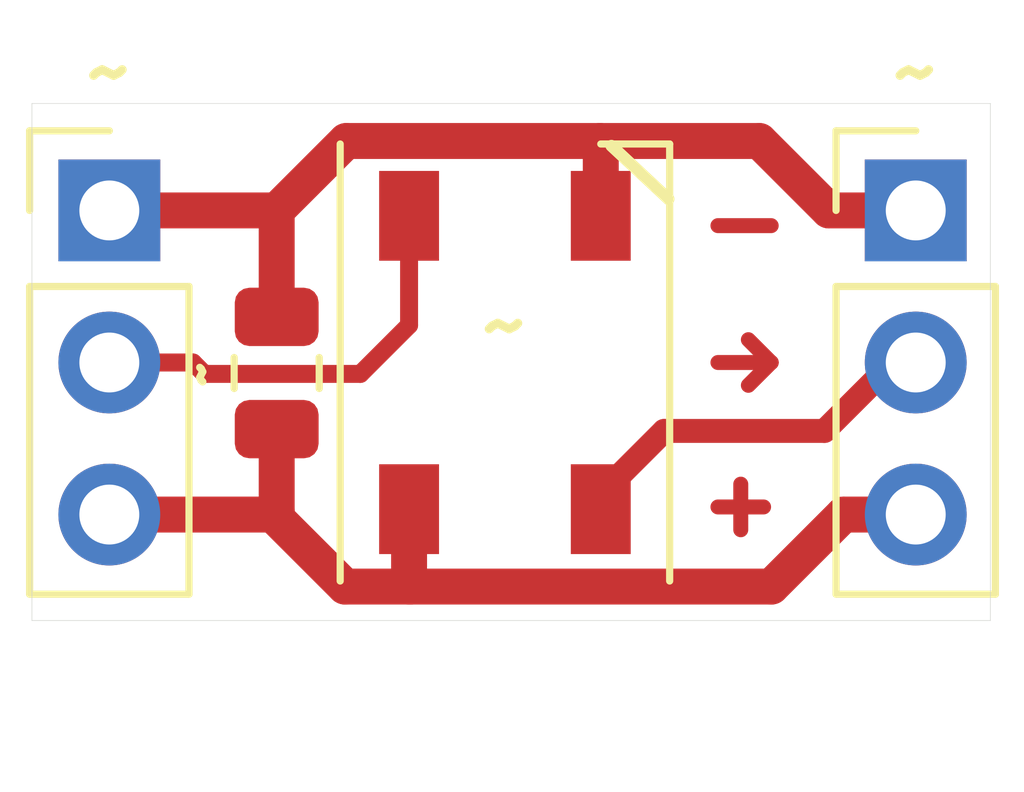
<source format=kicad_pcb>
(kicad_pcb (version 20171130) (host pcbnew "(5.0.2)-1")

  (general
    (thickness 1.6)
    (drawings 5)
    (tracks 36)
    (zones 0)
    (modules 4)
    (nets 5)
  )

  (page A4)
  (layers
    (0 F.Cu signal)
    (31 B.Cu signal)
    (32 B.Adhes user)
    (33 F.Adhes user)
    (34 B.Paste user)
    (35 F.Paste user)
    (36 B.SilkS user)
    (37 F.SilkS user)
    (38 B.Mask user)
    (39 F.Mask user)
    (40 Dwgs.User user hide)
    (41 Cmts.User user hide)
    (42 Eco1.User user hide)
    (43 Eco2.User user hide)
    (44 Edge.Cuts user)
    (45 Margin user)
    (46 B.CrtYd user)
    (47 F.CrtYd user hide)
    (48 B.Fab user)
    (49 F.Fab user)
  )

  (setup
    (last_trace_width 0.25)
    (trace_clearance 0.2)
    (zone_clearance 0.508)
    (zone_45_only no)
    (trace_min 0.2)
    (segment_width 0.2)
    (edge_width 0.15)
    (via_size 0.8)
    (via_drill 0.4)
    (via_min_size 0.4)
    (via_min_drill 0.3)
    (uvia_size 0.3)
    (uvia_drill 0.1)
    (uvias_allowed no)
    (uvia_min_size 0.2)
    (uvia_min_drill 0.1)
    (pcb_text_width 0.3)
    (pcb_text_size 1.5 1.5)
    (mod_edge_width 0.15)
    (mod_text_size 1 1)
    (mod_text_width 0.15)
    (pad_size 1.524 1.524)
    (pad_drill 0.762)
    (pad_to_mask_clearance 0.051)
    (solder_mask_min_width 0.25)
    (aux_axis_origin 140.948 102.1)
    (grid_origin 140.948 102.1)
    (visible_elements 7FFFFFFF)
    (pcbplotparams
      (layerselection 0x01000_7fffffff)
      (usegerberextensions false)
      (usegerberattributes false)
      (usegerberadvancedattributes false)
      (creategerberjobfile false)
      (excludeedgelayer true)
      (linewidth 0.100000)
      (plotframeref false)
      (viasonmask false)
      (mode 1)
      (useauxorigin true)
      (hpglpennumber 1)
      (hpglpenspeed 20)
      (hpglpendiameter 15.000000)
      (psnegative false)
      (psa4output false)
      (plotreference true)
      (plotvalue true)
      (plotinvisibletext false)
      (padsonsilk false)
      (subtractmaskfromsilk false)
      (outputformat 1)
      (mirror false)
      (drillshape 0)
      (scaleselection 1)
      (outputdirectory ""))
  )

  (net 0 "")
  (net 1 "Net-(C1-Pad1)")
  (net 2 "Net-(C1-Pad2)")
  (net 3 "Net-(D1-Pad4)")
  (net 4 "Net-(D1-Pad2)")

  (net_class Default "This is the default net class."
    (clearance 0.2)
    (trace_width 0.25)
    (via_dia 0.8)
    (via_drill 0.4)
    (uvia_dia 0.3)
    (uvia_drill 0.1)
    (add_net "Net-(C1-Pad1)")
    (add_net "Net-(C1-Pad2)")
    (add_net "Net-(D1-Pad2)")
    (add_net "Net-(D1-Pad4)")
  )

  (module LED_SMD:LED_WS2812B_PLCC4_5.0x5.0mm_P3.2mm (layer F.Cu) (tedit 5CAABC3F) (tstamp 5CAABF83)
    (at 148.844 97.79 90)
    (descr https://cdn-shop.adafruit.com/datasheets/WS2812B.pdf)
    (tags "LED RGB NeoPixel")
    (path /5C9EA145)
    (attr smd)
    (fp_text reference ~ (at 0.635 0 180) (layer F.SilkS)
      (effects (font (size 1 1) (thickness 0.15)))
    )
    (fp_text value WS2812B (at 5.207 0 180) (layer F.Fab)
      (effects (font (size 1 1) (thickness 0.15)))
    )
    (fp_circle (center 0 0) (end 0 -2) (layer F.Fab) (width 0.1))
    (fp_line (start 3.65 2.75) (end 3.65 1.6) (layer F.SilkS) (width 0.12))
    (fp_line (start -3.65 2.75) (end 3.65 2.75) (layer F.SilkS) (width 0.12))
    (fp_line (start -3.65 -2.75) (end 3.65 -2.75) (layer F.SilkS) (width 0.12))
    (fp_line (start 2.5 -2.5) (end -2.5 -2.5) (layer F.Fab) (width 0.1))
    (fp_line (start 2.5 2.5) (end 2.5 -2.5) (layer F.Fab) (width 0.1))
    (fp_line (start -2.5 2.5) (end 2.5 2.5) (layer F.Fab) (width 0.1))
    (fp_line (start -2.5 -2.5) (end -2.5 2.5) (layer F.Fab) (width 0.1))
    (fp_line (start 2.5 1.5) (end 1.5 2.5) (layer F.Fab) (width 0.1))
    (fp_line (start -3.45 -2.75) (end -3.45 2.75) (layer F.CrtYd) (width 0.05))
    (fp_line (start -3.45 2.75) (end 3.45 2.75) (layer F.CrtYd) (width 0.05))
    (fp_line (start 3.45 2.75) (end 3.45 -2.75) (layer F.CrtYd) (width 0.05))
    (fp_line (start 3.45 -2.75) (end -3.45 -2.75) (layer F.CrtYd) (width 0.05))
    (fp_text user %R (at 0 0 270) (layer F.Fab)
      (effects (font (size 0.8 0.8) (thickness 0.15)))
    )
    (fp_text user 1 (at -1.016 -1.6 90) (layer F.SilkS) hide
      (effects (font (size 1 1) (thickness 0.15)))
    )
    (pad 1 smd rect (at -2.45 -1.6 90) (size 1.5 1) (layers F.Cu F.Paste F.Mask)
      (net 1 "Net-(C1-Pad1)"))
    (pad 2 smd rect (at -2.45 1.6 90) (size 1.5 1) (layers F.Cu F.Paste F.Mask)
      (net 4 "Net-(D1-Pad2)"))
    (pad 4 smd rect (at 2.45 -1.6 90) (size 1.5 1) (layers F.Cu F.Paste F.Mask)
      (net 3 "Net-(D1-Pad4)"))
    (pad 3 smd rect (at 2.45 1.6 90) (size 1.5 1) (layers F.Cu F.Paste F.Mask)
      (net 2 "Net-(C1-Pad2)"))
    (model ${KISYS3DMOD}/LED_SMD.3dshapes/LED_WS2812B_PLCC4_5.0x5.0mm_P3.2mm.wrl
      (at (xyz 0 0 0))
      (scale (xyz 1 1 1))
      (rotate (xyz 0 0 0))
    )
  )

  (module Connector_PinHeader_2.54mm:PinHeader_1x03_P2.54mm_Vertical (layer F.Cu) (tedit 5CAABA63) (tstamp 5CABDD45)
    (at 142.24 95.25)
    (descr "Through hole straight pin header, 1x03, 2.54mm pitch, single row")
    (tags "Through hole pin header THT 1x03 2.54mm single row")
    (path /5C9EA24D)
    (fp_text reference ~ (at 0 -2.33) (layer F.SilkS)
      (effects (font (size 1 1) (thickness 0.15)))
    )
    (fp_text value ~ (at 0 7.41) (layer F.Fab)
      (effects (font (size 1 1) (thickness 0.15)))
    )
    (fp_text user %R (at 0 2.54 90) (layer F.Fab)
      (effects (font (size 1 1) (thickness 0.15)))
    )
    (fp_line (start 1.8 -1.8) (end -1.8 -1.8) (layer F.CrtYd) (width 0.05))
    (fp_line (start 1.8 6.85) (end 1.8 -1.8) (layer F.CrtYd) (width 0.05))
    (fp_line (start -1.8 6.85) (end 1.8 6.85) (layer F.CrtYd) (width 0.05))
    (fp_line (start -1.8 -1.8) (end -1.8 6.85) (layer F.CrtYd) (width 0.05))
    (fp_line (start -1.33 -1.33) (end 0 -1.33) (layer F.SilkS) (width 0.12))
    (fp_line (start -1.33 0) (end -1.33 -1.33) (layer F.SilkS) (width 0.12))
    (fp_line (start -1.33 1.27) (end 1.33 1.27) (layer F.SilkS) (width 0.12))
    (fp_line (start 1.33 1.27) (end 1.33 6.41) (layer F.SilkS) (width 0.12))
    (fp_line (start -1.33 1.27) (end -1.33 6.41) (layer F.SilkS) (width 0.12))
    (fp_line (start -1.33 6.41) (end 1.33 6.41) (layer F.SilkS) (width 0.12))
    (fp_line (start -1.27 -0.635) (end -0.635 -1.27) (layer F.Fab) (width 0.1))
    (fp_line (start -1.27 6.35) (end -1.27 -0.635) (layer F.Fab) (width 0.1))
    (fp_line (start 1.27 6.35) (end -1.27 6.35) (layer F.Fab) (width 0.1))
    (fp_line (start 1.27 -1.27) (end 1.27 6.35) (layer F.Fab) (width 0.1))
    (fp_line (start -0.635 -1.27) (end 1.27 -1.27) (layer F.Fab) (width 0.1))
    (pad 3 thru_hole oval (at 0 5.08) (size 1.7 1.7) (drill 1) (layers *.Cu *.Mask)
      (net 1 "Net-(C1-Pad1)"))
    (pad 2 thru_hole oval (at 0 2.54) (size 1.7 1.7) (drill 1) (layers *.Cu *.Mask)
      (net 3 "Net-(D1-Pad4)"))
    (pad 1 thru_hole rect (at 0 0) (size 1.7 1.7) (drill 1) (layers *.Cu *.Mask)
      (net 2 "Net-(C1-Pad2)"))
    (model ${KISYS3DMOD}/Connector_PinHeader_2.54mm.3dshapes/PinHeader_1x03_P2.54mm_Vertical.wrl
      (at (xyz 0 0 0))
      (scale (xyz 1 1 1))
      (rotate (xyz 0 0 0))
    )
  )

  (module Connector_PinHeader_2.54mm:PinHeader_1x03_P2.54mm_Vertical (layer F.Cu) (tedit 5CAABA68) (tstamp 5CAABA30)
    (at 155.702 95.25)
    (descr "Through hole straight pin header, 1x03, 2.54mm pitch, single row")
    (tags "Through hole pin header THT 1x03 2.54mm single row")
    (path /5C9EA20B)
    (fp_text reference ~ (at 0 -2.33) (layer F.SilkS)
      (effects (font (size 1 1) (thickness 0.15)))
    )
    (fp_text value ~ (at 0 7.41) (layer F.Fab)
      (effects (font (size 1 1) (thickness 0.15)))
    )
    (fp_line (start -0.635 -1.27) (end 1.27 -1.27) (layer F.Fab) (width 0.1))
    (fp_line (start 1.27 -1.27) (end 1.27 6.35) (layer F.Fab) (width 0.1))
    (fp_line (start 1.27 6.35) (end -1.27 6.35) (layer F.Fab) (width 0.1))
    (fp_line (start -1.27 6.35) (end -1.27 -0.635) (layer F.Fab) (width 0.1))
    (fp_line (start -1.27 -0.635) (end -0.635 -1.27) (layer F.Fab) (width 0.1))
    (fp_line (start -1.33 6.41) (end 1.33 6.41) (layer F.SilkS) (width 0.12))
    (fp_line (start -1.33 1.27) (end -1.33 6.41) (layer F.SilkS) (width 0.12))
    (fp_line (start 1.33 1.27) (end 1.33 6.41) (layer F.SilkS) (width 0.12))
    (fp_line (start -1.33 1.27) (end 1.33 1.27) (layer F.SilkS) (width 0.12))
    (fp_line (start -1.33 0) (end -1.33 -1.33) (layer F.SilkS) (width 0.12))
    (fp_line (start -1.33 -1.33) (end 0 -1.33) (layer F.SilkS) (width 0.12))
    (fp_line (start -1.8 -1.8) (end -1.8 6.85) (layer F.CrtYd) (width 0.05))
    (fp_line (start -1.8 6.85) (end 1.8 6.85) (layer F.CrtYd) (width 0.05))
    (fp_line (start 1.8 6.85) (end 1.8 -1.8) (layer F.CrtYd) (width 0.05))
    (fp_line (start 1.8 -1.8) (end -1.8 -1.8) (layer F.CrtYd) (width 0.05))
    (fp_text user %R (at 0 2.54 90) (layer F.Fab)
      (effects (font (size 1 1) (thickness 0.15)))
    )
    (pad 1 thru_hole rect (at 0 0) (size 1.7 1.7) (drill 1) (layers *.Cu *.Mask)
      (net 2 "Net-(C1-Pad2)"))
    (pad 2 thru_hole oval (at 0 2.54) (size 1.7 1.7) (drill 1) (layers *.Cu *.Mask)
      (net 4 "Net-(D1-Pad2)"))
    (pad 3 thru_hole oval (at 0 5.08) (size 1.7 1.7) (drill 1) (layers *.Cu *.Mask)
      (net 1 "Net-(C1-Pad1)"))
    (model ${KISYS3DMOD}/Connector_PinHeader_2.54mm.3dshapes/PinHeader_1x03_P2.54mm_Vertical.wrl
      (at (xyz 0 0 0))
      (scale (xyz 1 1 1))
      (rotate (xyz 0 0 0))
    )
  )

  (module Capacitor_SMD:C_0805_2012Metric (layer F.Cu) (tedit 5CAAE40B) (tstamp 5CAB3368)
    (at 145.034 97.9655 90)
    (descr "Capacitor SMD 0805 (2012 Metric), square (rectangular) end terminal, IPC_7351 nominal, (Body size source: https://docs.google.com/spreadsheets/d/1BsfQQcO9C6DZCsRaXUlFlo91Tg2WpOkGARC1WS5S8t0/edit?usp=sharing), generated with kicad-footprint-generator")
    (tags capacitor)
    (path /5C9EA4DE)
    (attr smd)
    (fp_text reference ~ (at -0.015 -1.27 90) (layer F.SilkS)
      (effects (font (size 0.5 0.5) (thickness 0.125)))
    )
    (fp_text value 100n (at -6.1745 0 180) (layer F.Fab)
      (effects (font (size 1 1) (thickness 0.15)))
    )
    (fp_line (start -1 0.6) (end -1 -0.6) (layer F.Fab) (width 0.1))
    (fp_line (start -1 -0.6) (end 1 -0.6) (layer F.Fab) (width 0.1))
    (fp_line (start 1 -0.6) (end 1 0.6) (layer F.Fab) (width 0.1))
    (fp_line (start 1 0.6) (end -1 0.6) (layer F.Fab) (width 0.1))
    (fp_line (start -0.258578 -0.71) (end 0.258578 -0.71) (layer F.SilkS) (width 0.12))
    (fp_line (start -0.258578 0.71) (end 0.258578 0.71) (layer F.SilkS) (width 0.12))
    (fp_line (start -1.68 0.95) (end -1.68 -0.95) (layer F.CrtYd) (width 0.05))
    (fp_line (start -1.68 -0.95) (end 1.68 -0.95) (layer F.CrtYd) (width 0.05))
    (fp_line (start 1.68 -0.95) (end 1.68 0.95) (layer F.CrtYd) (width 0.05))
    (fp_line (start 1.68 0.95) (end -1.68 0.95) (layer F.CrtYd) (width 0.05))
    (fp_text user %R (at 0 0 90) (layer F.Fab)
      (effects (font (size 0.5 0.5) (thickness 0.08)))
    )
    (pad 1 smd roundrect (at -0.9375 0 90) (size 0.975 1.4) (layers F.Cu F.Paste F.Mask) (roundrect_rratio 0.25)
      (net 1 "Net-(C1-Pad1)"))
    (pad 2 smd roundrect (at 0.9375 0 90) (size 0.975 1.4) (layers F.Cu F.Paste F.Mask) (roundrect_rratio 0.25)
      (net 2 "Net-(C1-Pad2)"))
    (model ${KISYS3DMOD}/Capacitor_SMD.3dshapes/C_0805_2012Metric.wrl
      (at (xyz 0 0 0))
      (scale (xyz 1 1 1))
      (rotate (xyz 0 0 0))
    )
  )

  (gr_line (start 156.948 102.1) (end 156.948 93.464) (layer Edge.Cuts) (width 0.01) (tstamp 5CABDF0A))
  (gr_line (start 150.622 94.1705) (end 151.5745 95.0595) (layer F.SilkS) (width 0.2))
  (gr_line (start 140.948 93.464) (end 156.95 93.464) (layer Edge.Cuts) (width 0.01))
  (gr_line (start 140.948 102.1) (end 140.948 93.464) (layer Edge.Cuts) (width 0.01))
  (gr_line (start 140.948 102.1) (end 156.95 102.1) (layer Edge.Cuts) (width 0.01) (tstamp 5CABCF98))

  (segment (start 152.4 95.504) (end 153.289 95.504) (width 0.25) (layer F.Cu) (net 0))
  (segment (start 152.4 97.79) (end 153.289 97.79) (width 0.25) (layer F.Cu) (net 0))
  (segment (start 153.289 97.79) (end 152.908 97.409) (width 0.25) (layer F.Cu) (net 0))
  (segment (start 153.289 97.79) (end 152.908 98.171) (width 0.25) (layer F.Cu) (net 0))
  (segment (start 152.4 100.203) (end 153.162 100.203) (width 0.25) (layer F.Cu) (net 0))
  (segment (start 152.781 100.584) (end 152.781 99.822) (width 0.25) (layer F.Cu) (net 0))
  (segment (start 154.4955 100.33) (end 155.702 100.33) (width 0.6) (layer F.Cu) (net 1))
  (segment (start 153.29251 101.53299) (end 154.4955 100.33) (width 0.6) (layer F.Cu) (net 1))
  (segment (start 142.24 100.33) (end 142.5575 100.33) (width 0.6) (layer F.Cu) (net 1))
  (segment (start 146.17349 101.53299) (end 144.9705 100.33) (width 0.6) (layer F.Cu) (net 1))
  (segment (start 142.24 100.33) (end 144.9705 100.33) (width 0.6) (layer F.Cu) (net 1))
  (segment (start 145.034 100.2665) (end 145.034 98.903) (width 0.6) (layer F.Cu) (net 1))
  (segment (start 144.9705 100.33) (end 145.034 100.2665) (width 0.6) (layer F.Cu) (net 1))
  (segment (start 147.244 101.52049) (end 147.2565 101.53299) (width 0.6) (layer F.Cu) (net 1))
  (segment (start 147.244 100.24) (end 147.244 101.52049) (width 0.6) (layer F.Cu) (net 1))
  (segment (start 153.29251 101.53299) (end 147.2565 101.53299) (width 0.6) (layer F.Cu) (net 1))
  (segment (start 147.2565 101.53299) (end 146.17349 101.53299) (width 0.6) (layer F.Cu) (net 1))
  (segment (start 154.252 95.25) (end 155.702 95.25) (width 0.6) (layer F.Cu) (net 2))
  (segment (start 153.091999 94.089999) (end 154.252 95.25) (width 0.6) (layer F.Cu) (net 2))
  (segment (start 142.24 95.25) (end 145.034 95.25) (width 0.6) (layer F.Cu) (net 2))
  (segment (start 145.034 95.25) (end 146.194001 94.089999) (width 0.6) (layer F.Cu) (net 2))
  (segment (start 145.034 97.028) (end 145.034 95.25) (width 0.6) (layer F.Cu) (net 2))
  (segment (start 150.444 94.102499) (end 150.4315 94.089999) (width 0.6) (layer F.Cu) (net 2))
  (segment (start 150.444 95.34) (end 150.444 94.102499) (width 0.6) (layer F.Cu) (net 2))
  (segment (start 146.194001 94.089999) (end 150.4315 94.089999) (width 0.6) (layer F.Cu) (net 2))
  (segment (start 150.4315 94.089999) (end 153.091999 94.089999) (width 0.6) (layer F.Cu) (net 2))
  (segment (start 147.244 97.1675) (end 147.244 95.34) (width 0.3) (layer F.Cu) (net 3))
  (segment (start 146.431 97.9805) (end 147.244 97.1675) (width 0.3) (layer F.Cu) (net 3))
  (segment (start 143.8275 97.9805) (end 146.431 97.9805) (width 0.3) (layer F.Cu) (net 3))
  (segment (start 142.24 97.79) (end 143.637 97.79) (width 0.3) (layer F.Cu) (net 3))
  (segment (start 143.637 97.79) (end 143.8275 97.9805) (width 0.3) (layer F.Cu) (net 3))
  (segment (start 150.444 99.99) (end 150.444 100.24) (width 0.25) (layer F.Cu) (net 4))
  (segment (start 155.702 97.79) (end 155.321 97.79) (width 0.25) (layer F.Cu) (net 4))
  (segment (start 151.501 98.933) (end 150.444 99.99) (width 0.4) (layer F.Cu) (net 4))
  (segment (start 155.321 97.79) (end 154.178 98.933) (width 0.4) (layer F.Cu) (net 4))
  (segment (start 154.178 98.933) (end 151.501 98.933) (width 0.4) (layer F.Cu) (net 4))

)

</source>
